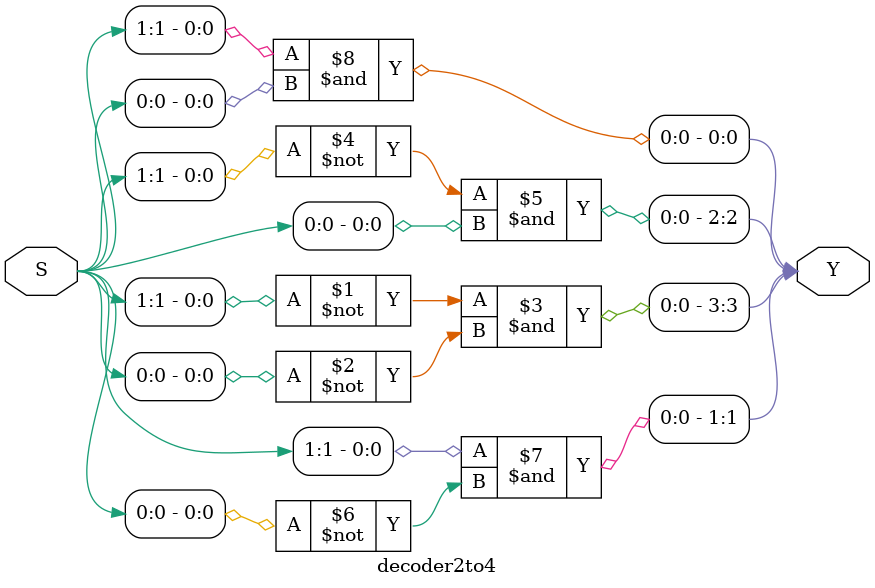
<source format=v>
module decoder2to4(S, Y);

input [1:0] S;
output [3:0] Y;

assign Y[3]= (~S[1] & ~S[0] );
assign Y[2]= (~S[1] & S[0] );
assign Y[1]= (S[1] & ~S[0] );
assign Y[0]= (S[1] & S[0] );

endmodule
</source>
